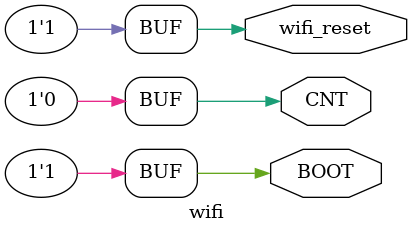
<source format=v>
module wifi(
    output CNT,
    output BOOT,
    output wifi_reset
);

assign wifi_reset = 1;
assign BOOT = 1;
assign CNT = 0;

endmodule

</source>
